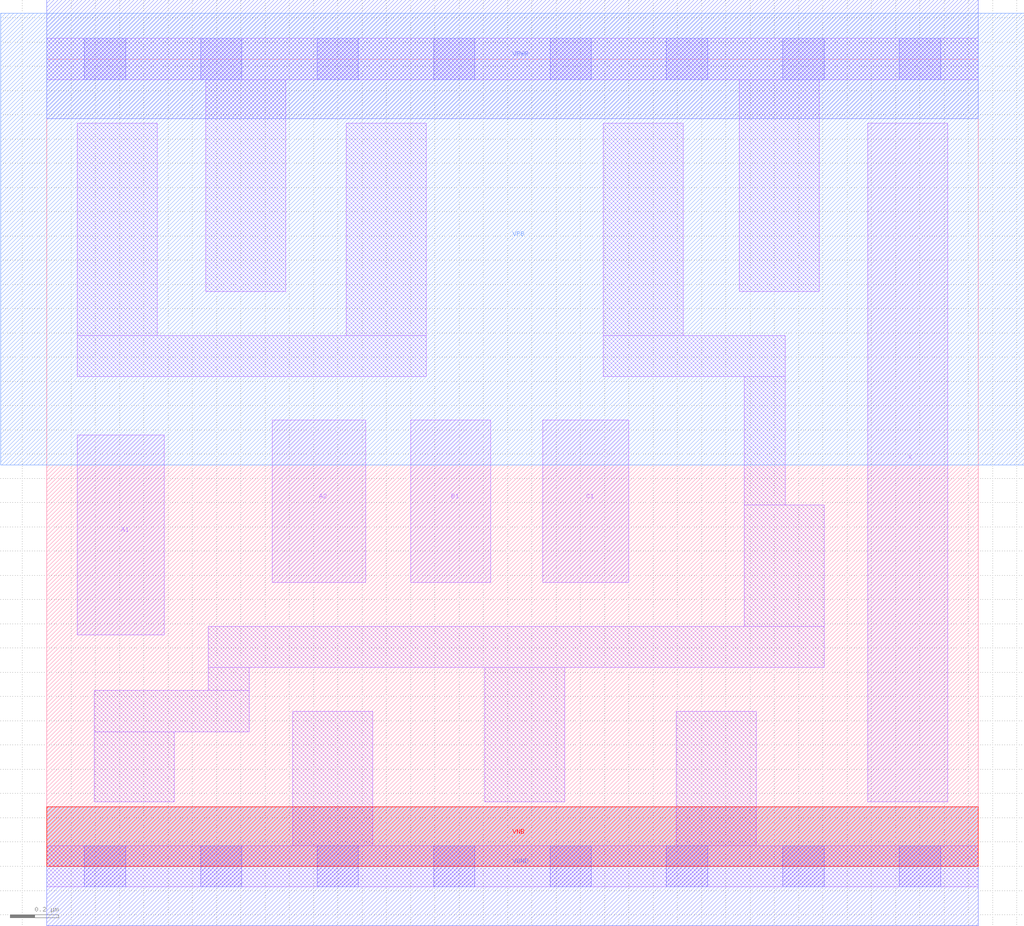
<source format=lef>
# Copyright 2020 The SkyWater PDK Authors
#
# Licensed under the Apache License, Version 2.0 (the "License");
# you may not use this file except in compliance with the License.
# You may obtain a copy of the License at
#
#     https://www.apache.org/licenses/LICENSE-2.0
#
# Unless required by applicable law or agreed to in writing, software
# distributed under the License is distributed on an "AS IS" BASIS,
# WITHOUT WARRANTIES OR CONDITIONS OF ANY KIND, either express or implied.
# See the License for the specific language governing permissions and
# limitations under the License.
#
# SPDX-License-Identifier: Apache-2.0

VERSION 5.7 ;
  NOWIREEXTENSIONATPIN ON ;
  DIVIDERCHAR "/" ;
  BUSBITCHARS "[]" ;
MACRO sky130_fd_sc_lp__a211o_lp
  CLASS CORE ;
  FOREIGN sky130_fd_sc_lp__a211o_lp ;
  ORIGIN  0.000000  0.000000 ;
  SIZE  3.840000 BY  3.330000 ;
  SYMMETRY X Y R90 ;
  SITE unit ;
  PIN A1
    ANTENNAGATEAREA  0.313000 ;
    DIRECTION INPUT ;
    USE SIGNAL ;
    PORT
      LAYER li1 ;
        RECT 0.125000 0.955000 0.485000 1.780000 ;
    END
  END A1
  PIN A2
    ANTENNAGATEAREA  0.313000 ;
    DIRECTION INPUT ;
    USE SIGNAL ;
    PORT
      LAYER li1 ;
        RECT 0.930000 1.170000 1.315000 1.840000 ;
    END
  END A2
  PIN B1
    ANTENNAGATEAREA  0.376000 ;
    DIRECTION INPUT ;
    USE SIGNAL ;
    PORT
      LAYER li1 ;
        RECT 1.500000 1.170000 1.830000 1.840000 ;
    END
  END B1
  PIN C1
    ANTENNAGATEAREA  0.376000 ;
    DIRECTION INPUT ;
    USE SIGNAL ;
    PORT
      LAYER li1 ;
        RECT 2.045000 1.170000 2.400000 1.840000 ;
    END
  END C1
  PIN X
    ANTENNADIFFAREA  0.404700 ;
    DIRECTION OUTPUT ;
    USE SIGNAL ;
    PORT
      LAYER li1 ;
        RECT 3.385000 0.265000 3.715000 3.065000 ;
    END
  END X
  PIN VGND
    DIRECTION INOUT ;
    USE GROUND ;
    PORT
      LAYER met1 ;
        RECT 0.000000 -0.245000 3.840000 0.245000 ;
    END
  END VGND
  PIN VNB
    DIRECTION INOUT ;
    USE GROUND ;
    PORT
      LAYER pwell ;
        RECT 0.000000 0.000000 3.840000 0.245000 ;
    END
  END VNB
  PIN VPB
    DIRECTION INOUT ;
    USE POWER ;
    PORT
      LAYER nwell ;
        RECT -0.190000 1.655000 4.030000 3.520000 ;
    END
  END VPB
  PIN VPWR
    DIRECTION INOUT ;
    USE POWER ;
    PORT
      LAYER met1 ;
        RECT 0.000000 3.085000 3.840000 3.575000 ;
    END
  END VPWR
  OBS
    LAYER li1 ;
      RECT 0.000000 -0.085000 3.840000 0.085000 ;
      RECT 0.000000  3.245000 3.840000 3.415000 ;
      RECT 0.125000  2.020000 1.565000 2.190000 ;
      RECT 0.125000  2.190000 0.455000 3.065000 ;
      RECT 0.195000  0.265000 0.525000 0.555000 ;
      RECT 0.195000  0.555000 0.835000 0.725000 ;
      RECT 0.655000  2.370000 0.985000 3.245000 ;
      RECT 0.665000  0.725000 0.835000 0.820000 ;
      RECT 0.665000  0.820000 3.205000 0.990000 ;
      RECT 1.015000  0.085000 1.345000 0.640000 ;
      RECT 1.235000  2.190000 1.565000 3.065000 ;
      RECT 1.805000  0.265000 2.135000 0.820000 ;
      RECT 2.295000  2.020000 3.045000 2.190000 ;
      RECT 2.295000  2.190000 2.625000 3.065000 ;
      RECT 2.595000  0.085000 2.925000 0.640000 ;
      RECT 2.855000  2.370000 3.185000 3.245000 ;
      RECT 2.875000  0.990000 3.205000 1.490000 ;
      RECT 2.875000  1.490000 3.045000 2.020000 ;
    LAYER mcon ;
      RECT 0.155000 -0.085000 0.325000 0.085000 ;
      RECT 0.155000  3.245000 0.325000 3.415000 ;
      RECT 0.635000 -0.085000 0.805000 0.085000 ;
      RECT 0.635000  3.245000 0.805000 3.415000 ;
      RECT 1.115000 -0.085000 1.285000 0.085000 ;
      RECT 1.115000  3.245000 1.285000 3.415000 ;
      RECT 1.595000 -0.085000 1.765000 0.085000 ;
      RECT 1.595000  3.245000 1.765000 3.415000 ;
      RECT 2.075000 -0.085000 2.245000 0.085000 ;
      RECT 2.075000  3.245000 2.245000 3.415000 ;
      RECT 2.555000 -0.085000 2.725000 0.085000 ;
      RECT 2.555000  3.245000 2.725000 3.415000 ;
      RECT 3.035000 -0.085000 3.205000 0.085000 ;
      RECT 3.035000  3.245000 3.205000 3.415000 ;
      RECT 3.515000 -0.085000 3.685000 0.085000 ;
      RECT 3.515000  3.245000 3.685000 3.415000 ;
  END
END sky130_fd_sc_lp__a211o_lp
END LIBRARY

</source>
